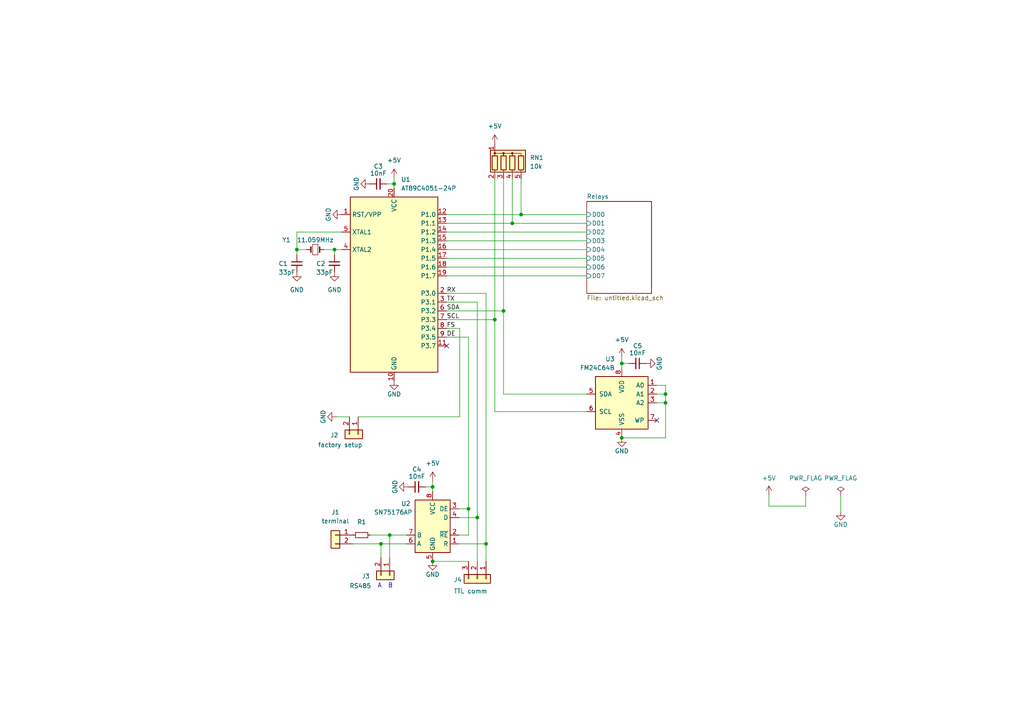
<source format=kicad_sch>
(kicad_sch (version 20211123) (generator eeschema)
  (paper "A4")
  (lib_symbols
    (symbol "Connector_Generic:Conn_01x02" (pin_names (offset 1.016) hide)
      (property "Reference" "J" (at 0 2.54 0))
      (property "Value" "Conn_01x02" (at 0 -5.08 0))
      (symbol "Conn_01x02_1_1"
        (rectangle (start -1.27 -2.413) (end 0 -2.667) (stroke (width 0.1524)))
        (rectangle (start -1.27 0.127) (end 0 -0.127) (stroke (width 0.1524)))
        (rectangle (start -1.27 1.27) (end 1.27 -3.81) (stroke (width 0.254)) (fill (type background)))
        (pin passive line (at -5.08 0 0) (length 3.81) (name "Pin_1") (number "1"))
        (pin passive line (at -5.08 -2.54 0) (length 3.81) (name "Pin_2") (number "2"))
      )
    )
    (symbol "Connector_Generic:Conn_01x03" (pin_names (offset 1.016) hide)
      (property "Reference" "J" (at 0 5.08 0))
      (property "Value" "Conn_01x03" (at 0 -5.08 0))
      (symbol "Conn_01x03_1_1"
        (rectangle (start -1.27 -2.413) (end 0 -2.667) (stroke (width 0.1524)))
        (rectangle (start -1.27 0.127) (end 0 -0.127) (stroke (width 0.1524)))
        (rectangle (start -1.27 2.667) (end 0 2.413) (stroke (width 0.1524)))
        (rectangle (start -1.27 3.81) (end 1.27 -3.81) (stroke (width 0.254)) (fill (type background)))
        (pin passive line (at -5.08 2.54 0) (length 3.81) (name "Pin_1") (number "1"))
        (pin passive line (at -5.08 0 0) (length 3.81) (name "Pin_2") (number "2"))
        (pin passive line (at -5.08 -2.54 0) (length 3.81) (name "Pin_3") (number "3"))
      )
    )
    (symbol "Device:C_Small" (pin_numbers hide) (pin_names (offset 0.254) hide)
      (property "Reference" "C" (at 0.254 1.778 0))
      (property "Value" "C_Small" (at 0.254 -2.032 0))
      (symbol "C_Small_0_1"
        (polyline (pts (xy -1.524 -0.508) (xy 1.524 -0.508)) (stroke (width 0.3302)))
        (polyline (pts (xy -1.524 0.508) (xy 1.524 0.508)) (stroke (width 0.3048)))
      )
      (symbol "C_Small_1_1"
        (pin passive line (at 0 2.54 270) (length 2.032) (name "~") (number "1"))
        (pin passive line (at 0 -2.54 90) (length 2.032) (name "~") (number "2"))
      )
    )
    (symbol "Device:Crystal_Small" (pin_numbers hide) (pin_names (offset 1.016) hide)
      (property "Reference" "Y" (at 0 2.54 0))
      (property "Value" "Crystal_Small" (at 0 -2.54 0))
      (symbol "Crystal_Small_0_1"
        (rectangle (start -0.762 -1.524) (end 0.762 1.524))
        (polyline (pts (xy -1.27 -0.762) (xy -1.27 0.762)) (stroke (width 0.381)))
        (polyline (pts (xy 1.27 -0.762) (xy 1.27 0.762)) (stroke (width 0.381)))
      )
      (symbol "Crystal_Small_1_1"
        (pin passive line (at -2.54 0 0) (length 1.27) (name "1") (number "1"))
        (pin passive line (at 2.54 0 180) (length 1.27) (name "2") (number "2"))
      )
    )
    (symbol "Device:R_Network04" (pin_names (offset 0) hide)
      (property "Reference" "RN" (at -7.62 0 90))
      (property "Value" "R_Network04" (at 5.08 0 90))
      (symbol "R_Network04_0_1"
        (rectangle (start -6.35 -3.175) (end 3.81 3.175) (stroke (width 0.254)) (fill (type background)))
        (rectangle (start -5.842 1.524) (end -4.318 -2.54) (stroke (width 0.254)))
        (circle (center -5.08 2.286) (radius 0.254) (fill (type outline)))
        (rectangle (start -3.302 1.524) (end -1.778 -2.54) (stroke (width 0.254)))
        (circle (center -2.54 2.286) (radius 0.254) (fill (type outline)))
        (rectangle (start -0.762 1.524) (end 0.762 -2.54) (stroke (width 0.254)))
        (polyline (pts (xy -5.08 -2.54) (xy -5.08 -3.81)))
        (polyline (pts (xy -2.54 -2.54) (xy -2.54 -3.81)))
        (polyline (pts (xy 0 -2.54) (xy 0 -3.81)))
        (polyline (pts (xy 2.54 -2.54) (xy 2.54 -3.81)))
        (polyline (pts (xy -5.08 1.524) (xy -5.08 2.286) (xy -2.54 2.286) (xy -2.54 1.524)))
        (polyline (pts (xy -2.54 1.524) (xy -2.54 2.286) (xy 0 2.286) (xy 0 1.524)))
        (polyline (pts (xy 0 1.524) (xy 0 2.286) (xy 2.54 2.286) (xy 2.54 1.524)))
        (circle (center 0 2.286) (radius 0.254) (fill (type outline)))
        (rectangle (start 1.778 1.524) (end 3.302 -2.54) (stroke (width 0.254)))
      )
      (symbol "R_Network04_1_1"
        (pin passive line (at -5.08 5.08 270) (length 2.54) (name "common") (number "1"))
        (pin passive line (at -5.08 -5.08 90) (length 1.27) (name "R1") (number "2"))
        (pin passive line (at -2.54 -5.08 90) (length 1.27) (name "R2") (number "3"))
        (pin passive line (at 0 -5.08 90) (length 1.27) (name "R3") (number "4"))
        (pin passive line (at 2.54 -5.08 90) (length 1.27) (name "R4") (number "5"))
      )
    )
    (symbol "Device:R_Small" (pin_numbers hide) (pin_names (offset 0.254) hide)
      (property "Reference" "R" (at 0.762 0.508 0))
      (property "Value" "R_Small" (at 0.762 -1.016 0))
      (symbol "R_Small_0_1"
        (rectangle (start -0.762 1.778) (end 0.762 -1.778) (stroke (width 0.2032)))
      )
      (symbol "R_Small_1_1"
        (pin passive line (at 0 2.54 270) (length 0.762) (name "~") (number "1"))
        (pin passive line (at 0 -2.54 90) (length 0.762) (name "~") (number "2"))
      )
    )
    (symbol "Interface_UART:SN75176AP"
      (property "Reference" "U" (at -4.318 8.89 0))
      (property "Value" "SN75176AP" (at 1.016 8.89 0))
      (symbol "SN75176AP_0_1"
        (rectangle (start -5.08 7.62) (end 5.08 -7.62) (stroke (width 0.254)) (fill (type background)))
      )
      (symbol "SN75176AP_1_1"
        (pin output line (at -7.62 -5.08 0) (length 2.54) (name "R") (number "1"))
        (pin input line (at -7.62 -2.54 0) (length 2.54) (name "~{RE}") (number "2"))
        (pin input line (at -7.62 5.08 0) (length 2.54) (name "DE") (number "3"))
        (pin input line (at -7.62 2.54 0) (length 2.54) (name "D") (number "4"))
        (pin power_in line (at 0 -10.16 90) (length 2.54) (name "GND") (number "5"))
        (pin bidirectional line (at 7.62 -5.08 180) (length 2.54) (name "A") (number "6"))
        (pin bidirectional line (at 7.62 -2.54 180) (length 2.54) (name "B") (number "7"))
        (pin power_in line (at 0 10.16 270) (length 2.54) (name "VCC") (number "8"))
      )
    )
    (symbol "MCU_Microchip_8051:AT89C4051-24P"
      (property "Reference" "U" (at -12.7 26.67 0))
      (property "Value" "AT89C4051-24P" (at 2.54 -26.67 0))
      (symbol "AT89C4051-24P_0_1"
        (rectangle (start -12.7 -25.4) (end 12.7 25.4) (stroke (width 0.254)) (fill (type background)))
      )
      (symbol "AT89C4051-24P_1_1"
        (pin input line (at -15.24 20.32 0) (length 2.54) (name "RST/VPP") (number "1"))
        (pin power_in line (at 0 -27.94 90) (length 2.54) (name "GND") (number "10"))
        (pin bidirectional line (at 15.24 -17.78 180) (length 2.54) (name "P3.7") (number "11"))
        (pin bidirectional line (at 15.24 20.32 180) (length 2.54) (name "P1.0") (number "12"))
        (pin bidirectional line (at 15.24 17.78 180) (length 2.54) (name "P1.1") (number "13"))
        (pin bidirectional line (at 15.24 15.24 180) (length 2.54) (name "P1.2") (number "14"))
        (pin bidirectional line (at 15.24 12.7 180) (length 2.54) (name "P1.3") (number "15"))
        (pin bidirectional line (at 15.24 10.16 180) (length 2.54) (name "P1.4") (number "16"))
        (pin bidirectional line (at 15.24 7.62 180) (length 2.54) (name "P1.5") (number "17"))
        (pin bidirectional line (at 15.24 5.08 180) (length 2.54) (name "P1.6") (number "18"))
        (pin bidirectional line (at 15.24 2.54 180) (length 2.54) (name "P1.7") (number "19"))
        (pin bidirectional line (at 15.24 -2.54 180) (length 2.54) (name "P3.0") (number "2"))
        (pin power_in line (at 0 27.94 270) (length 2.54) (name "VCC") (number "20"))
        (pin bidirectional line (at 15.24 -5.08 180) (length 2.54) (name "P3.1") (number "3"))
        (pin output line (at -15.24 10.16 0) (length 2.54) (name "XTAL2") (number "4"))
        (pin input line (at -15.24 15.24 0) (length 2.54) (name "XTAL1") (number "5"))
        (pin bidirectional line (at 15.24 -7.62 180) (length 2.54) (name "P3.2") (number "6"))
        (pin bidirectional line (at 15.24 -10.16 180) (length 2.54) (name "P3.3") (number "7"))
        (pin bidirectional line (at 15.24 -12.7 180) (length 2.54) (name "P3.4") (number "8"))
        (pin bidirectional line (at 15.24 -15.24 180) (length 2.54) (name "P3.5") (number "9"))
      )
    )
    (symbol "Memory_NVRAM:FM24C64B" (pin_names (offset 1.016))
      (property "Reference" "U" (at -5.08 8.89 0))
      (property "Value" "FM24C64B" (at 6.35 -8.89 0))
      (symbol "FM24C64B_0_1"
        (rectangle (start -7.62 7.62) (end 7.62 -7.62) (stroke (width 0.254)) (fill (type background)))
      )
      (symbol "FM24C64B_1_1"
        (pin input line (at -10.16 5.08 0) (length 2.54) (name "A0") (number "1"))
        (pin input line (at -10.16 2.54 0) (length 2.54) (name "A1") (number "2"))
        (pin input line (at -10.16 0 0) (length 2.54) (name "A2") (number "3"))
        (pin power_in line (at 0 -10.16 90) (length 2.54) (name "VSS") (number "4"))
        (pin bidirectional line (at 10.16 2.54 180) (length 2.54) (name "SDA") (number "5"))
        (pin input line (at 10.16 -2.54 180) (length 2.54) (name "SCL") (number "6"))
        (pin input line (at -10.16 -5.08 0) (length 2.54) (name "WP") (number "7"))
        (pin power_in line (at 0 10.16 270) (length 2.54) (name "VDD") (number "8"))
      )
    )
    (symbol "power:+5V" (power) (pin_names (offset 0))
      (property "Value" "+5V" (at 0 3.556 0))
      (symbol "+5V_0_1"
        (polyline (pts (xy -0.762 1.27) (xy 0 2.54)))
        (polyline (pts (xy 0 0) (xy 0 2.54)))
        (polyline (pts (xy 0 2.54) (xy 0.762 1.27)))
      )
      (symbol "+5V_1_1"
        (pin power_in line (at 0 0 90) (length 0) hide (name "+5V") (number "1"))
      )
    )
    (symbol "power:GND" (power) (pin_names (offset 0))
      (property "Value" "GND" (at 0 -3.81 0))
      (symbol "GND_0_1"
        (polyline (pts (xy 0 0) (xy 0 -1.27) (xy 1.27 -1.27) (xy 0 -2.54) (xy -1.27 -1.27) (xy 0 -1.27)))
      )
      (symbol "GND_1_1"
        (pin power_in line (at 0 0 270) (length 0) hide (name "GND") (number "1"))
      )
    )
    (symbol "power:PWR_FLAG" (power) (pin_numbers hide) (pin_names (offset 0) hide)
      (property "Value" "PWR_FLAG" (at 0 3.81 0))
      (symbol "PWR_FLAG_0_0"
        (pin power_out line (at 0 0 90) (length 0) (name "pwr") (number "1"))
      )
      (symbol "PWR_FLAG_0_1"
        (polyline (pts (xy 0 0) (xy 0 1.27) (xy -1.016 1.905) (xy 0 2.54) (xy 1.016 1.905) (xy 0 1.27)))
      )
    )
  )
  (junction (at 114.3 53.34))
  (junction (at 86.106 72.39))
  (junction (at 135.89 147.574))
  (junction (at 140.97 157.734))
  (junction (at 180.34 105.41))
  (junction (at 146.05 90.17))
  (junction (at 110.49 157.734))
  (junction (at 143.51 92.71))
  (junction (at 138.43 150.114))
  (junction (at 97.028 72.39))
  (junction (at 113.03 155.194))
  (junction (at 193.04 116.84))
  (junction (at 151.13 62.23))
  (junction (at 180.34 127))
  (junction (at 125.476 162.814))
  (junction (at 125.476 141.224))
  (junction (at 193.04 114.3))
  (junction (at 148.59 64.77))
  (no_connect (at 129.54 100.33))
  (no_connect (at 190.5 121.92))
  (wire (pts (xy 125.476 141.224) (xy 125.476 142.494)))
  (wire (pts (xy 129.54 80.01) (xy 170.18 80.01)))
  (wire (pts (xy 125.476 139.446) (xy 125.476 141.224)))
  (wire (pts (xy 193.04 114.3) (xy 193.04 116.84)))
  (wire (pts (xy 88.9 72.39) (xy 86.106 72.39)))
  (wire (pts (xy 86.106 72.39) (xy 86.106 73.914)))
  (wire (pts (xy 129.54 92.71) (xy 143.51 92.71)))
  (wire (pts (xy 110.49 157.734) (xy 117.856 157.734)))
  (wire (pts (xy 223.012 146.812) (xy 223.012 143.51)))
  (wire (pts (xy 233.68 146.812) (xy 223.012 146.812)))
  (wire (pts (xy 123.444 141.224) (xy 125.476 141.224)))
  (wire (pts (xy 129.54 77.47) (xy 170.18 77.47)))
  (wire (pts (xy 129.54 67.31) (xy 170.18 67.31)))
  (wire (pts (xy 193.04 114.3) (xy 190.5 114.3)))
  (wire (pts (xy 193.04 111.76) (xy 193.04 114.3)))
  (wire (pts (xy 129.54 97.79) (xy 135.89 97.79)))
  (wire (pts (xy 99.06 67.31) (xy 86.106 67.31)))
  (wire (pts (xy 233.68 143.764) (xy 233.68 146.812)))
  (wire (pts (xy 125.476 162.814) (xy 135.89 162.814)))
  (wire (pts (xy 243.84 143.764) (xy 243.84 148.336)))
  (wire (pts (xy 129.54 62.23) (xy 151.13 62.23)))
  (wire (pts (xy 129.54 95.25) (xy 133.35 95.25)))
  (wire (pts (xy 129.54 72.39) (xy 170.18 72.39)))
  (wire (pts (xy 86.106 67.31) (xy 86.106 72.39)))
  (wire (pts (xy 97.028 72.39) (xy 97.028 73.914)))
  (wire (pts (xy 148.59 51.816) (xy 148.59 64.77)))
  (wire (pts (xy 113.03 155.194) (xy 113.03 161.798)))
  (wire (pts (xy 93.98 72.39) (xy 97.028 72.39)))
  (wire (pts (xy 140.97 85.09) (xy 140.97 157.734)))
  (wire (pts (xy 151.13 51.816) (xy 151.13 62.23)))
  (wire (pts (xy 180.34 103.632) (xy 180.34 105.41)))
  (wire (pts (xy 97.536 120.904) (xy 101.346 120.904)))
  (wire (pts (xy 133.35 95.25) (xy 133.35 120.904)))
  (wire (pts (xy 138.43 150.114) (xy 138.43 162.814)))
  (wire (pts (xy 114.3 51.562) (xy 114.3 53.34)))
  (wire (pts (xy 140.97 157.734) (xy 133.096 157.734)))
  (wire (pts (xy 193.04 116.84) (xy 190.5 116.84)))
  (wire (pts (xy 143.51 119.38) (xy 170.18 119.38)))
  (wire (pts (xy 113.03 155.194) (xy 117.856 155.194)))
  (wire (pts (xy 97.028 72.39) (xy 99.06 72.39)))
  (wire (pts (xy 146.05 114.3) (xy 170.18 114.3)))
  (wire (pts (xy 135.89 97.79) (xy 135.89 147.574)))
  (wire (pts (xy 129.54 74.93) (xy 170.18 74.93)))
  (wire (pts (xy 129.54 69.85) (xy 170.18 69.85)))
  (wire (pts (xy 110.49 157.734) (xy 110.49 161.798)))
  (wire (pts (xy 180.34 105.41) (xy 180.34 106.68)))
  (wire (pts (xy 133.096 147.574) (xy 135.89 147.574)))
  (wire (pts (xy 138.43 150.114) (xy 133.096 150.114)))
  (wire (pts (xy 143.51 92.71) (xy 143.51 119.38)))
  (wire (pts (xy 182.372 105.41) (xy 180.34 105.41)))
  (wire (pts (xy 180.34 127) (xy 193.04 127)))
  (wire (pts (xy 129.54 87.63) (xy 138.43 87.63)))
  (wire (pts (xy 190.5 111.76) (xy 193.04 111.76)))
  (wire (pts (xy 129.54 90.17) (xy 146.05 90.17)))
  (wire (pts (xy 151.13 62.23) (xy 170.18 62.23)))
  (wire (pts (xy 103.886 120.904) (xy 133.35 120.904)))
  (wire (pts (xy 193.04 127) (xy 193.04 116.84)))
  (wire (pts (xy 146.05 51.816) (xy 146.05 90.17)))
  (wire (pts (xy 107.442 155.194) (xy 113.03 155.194)))
  (wire (pts (xy 114.3 53.34) (xy 114.3 54.61)))
  (wire (pts (xy 138.43 87.63) (xy 138.43 150.114)))
  (wire (pts (xy 148.59 64.77) (xy 170.18 64.77)))
  (wire (pts (xy 143.51 51.816) (xy 143.51 92.71)))
  (wire (pts (xy 112.268 53.34) (xy 114.3 53.34)))
  (wire (pts (xy 129.54 85.09) (xy 140.97 85.09)))
  (wire (pts (xy 129.54 64.77) (xy 148.59 64.77)))
  (wire (pts (xy 135.89 155.194) (xy 133.096 155.194)))
  (wire (pts (xy 140.97 157.734) (xy 140.97 162.814)))
  (wire (pts (xy 146.05 90.17) (xy 146.05 114.3)))
  (wire (pts (xy 135.89 147.574) (xy 135.89 155.194)))
  (wire (pts (xy 102.362 157.734) (xy 110.49 157.734)))
  (text "A  B" (at 109.474 170.688 0) (effects (font (size 1.27 1.27)) (justify left bottom)))
  (label "SCL" (at 129.54 92.71 0))
  (label "TX" (at 129.54 87.63 0))
  (label "RX" (at 129.54 85.09 0))
  (label "SDA" (at 129.54 90.17 0))
  (label "FS" (at 129.54 95.25 0))
  (label "DE" (at 129.54 97.79 0))
  (symbol (lib_id "power:GND") (at 86.106 78.994 0) (unit 1)
    (property "Reference" "#PWR01" (effects hide))
    (property "Value" "GND" (at 86.106 84.074 0))
  )
  (symbol (lib_id "power:PWR_FLAG") (at 233.68 143.764 0) (unit 1)
    (property "Reference" "#FLG01" (effects hide))
    (property "Value" "PWR_FLAG" (at 233.68 138.684 0))
  )
  (symbol (lib_id "power:+5V") (at 114.3 51.562 0) (unit 1)
    (property "Reference" "#PWR06" (effects hide))
    (property "Value" "+5V" (at 114.3 46.482 0))
  )
  (symbol (lib_id "power:GND") (at 97.536 120.904 270) (unit 1)
    (property "Reference" "#PWR03" (effects hide))
    (property "Value" "GND" (at 93.726 120.904 0))
  )
  (symbol (lib_id "power:GND") (at 99.06 62.23 270) (unit 1)
    (property "Reference" "#PWR04" (effects hide))
    (property "Value" "GND" (at 95.25 62.23 0))
  )
  (symbol (lib_id "power:GND") (at 187.452 105.41 90) (mirror x) (unit 1)
    (property "Reference" "#PWR014" (effects hide))
    (property "Value" "GND" (at 191.262 105.41 0))
  )
  (symbol (lib_id "power:GND") (at 114.3 110.49 0) (unit 1)
    (property "Reference" "#PWR07" (effects hide))
    (property "Value" "GND" (at 114.3 114.3 0))
  )
  (symbol (lib_id "power:GND") (at 243.84 148.336 0) (unit 1)
    (property "Reference" "#PWR016" (effects hide))
    (property "Value" "GND" (at 243.84 152.146 0))
  )
  (symbol (lib_id "Device:C_Small") (at 97.028 76.454 0) (unit 1)
    (property "Reference" "C2" (at 91.694 76.454 0) (effects (justify left)))
    (property "Value" "33pF" (at 91.694 78.994 0) (effects (justify left)))
  )
  (symbol (lib_id "Device:C_Small") (at 184.912 105.41 270) (mirror x) (unit 1)
    (property "Reference" "C5" (at 184.9183 100.33 90))
    (property "Value" "10nF" (at 184.912 102.362 90))
  )
  (symbol (lib_id "power:+5V") (at 125.476 139.446 0) (unit 1)
    (property "Reference" "#PWR09" (effects hide))
    (property "Value" "+5V" (at 125.476 134.366 0))
  )
  (symbol (lib_id "Device:C_Small") (at 86.106 76.454 0) (unit 1)
    (property "Reference" "C1" (at 80.772 76.454 0) (effects (justify left)))
    (property "Value" "33pF" (at 80.772 78.994 0) (effects (justify left)))
  )
  (symbol (lib_id "power:GND") (at 180.34 127 0) (mirror y) (unit 1)
    (property "Reference" "#PWR013" (effects hide))
    (property "Value" "GND" (at 180.34 130.81 0))
  )
  (symbol (lib_id "power:+5V") (at 180.34 103.632 0) (mirror y) (unit 1)
    (property "Reference" "#PWR012" (effects hide))
    (property "Value" "+5V" (at 180.34 98.552 0))
  )
  (symbol (lib_id "power:PWR_FLAG") (at 243.84 143.764 0) (unit 1)
    (property "Reference" "#FLG02" (effects hide))
    (property "Value" "PWR_FLAG" (at 243.84 138.684 0))
  )
  (symbol (lib_id "Connector_Generic:Conn_01x02") (at 103.886 125.984 270) (unit 1)
    (property "Reference" "J2" (at 95.758 126.238 90) (effects (justify left)))
    (property "Value" "factory setup" (at 92.202 129.032 90) (effects (justify left)))
  )
  (symbol (lib_id "MCU_Microchip_8051:AT89C4051-24P") (at 114.3 82.55 0) (unit 1)
    (property "Reference" "U1" (at 116.3194 52.07 0) (effects (justify left)))
    (property "Value" "AT89C4051-24P" (at 116.3194 54.61 0) (effects (justify left)))
    (property "Footprint" "Package_DIP:DIP-20_W7.62mm" (effects hide))
    (property "Datasheet" "http://ww1.microchip.com/downloads/en/DeviceDoc/doc1001.pdf" (effects hide))
  )
  (symbol (lib_id "Device:C_Small") (at 109.728 53.34 90) (unit 1)
    (property "Reference" "C3" (at 109.7217 48.26 90))
    (property "Value" "10nF" (at 109.728 50.292 90))
  )
  (symbol (lib_id "Interface_UART:SN75176AP") (at 125.476 152.654 0) (mirror y) (unit 1)
    (property "Reference" "U2" (at 116.332 146.05 0) (effects (justify right)))
    (property "Value" "SN75176AP" (at 108.458 148.59 0) (effects (justify right)))
    (property "Footprint" "Package_DIP:DIP-8_W7.62mm" (effects hide))
    (property "Datasheet" "http://www.ti.com/lit/ds/symlink/sn75176a.pdf" (effects hide))
  )
  (symbol (lib_id "power:GND") (at 118.364 141.224 270) (unit 1)
    (property "Reference" "#PWR08" (effects hide))
    (property "Value" "GND" (at 114.554 141.224 0))
  )
  (symbol (lib_id "Connector_Generic:Conn_01x03") (at 138.43 167.894 270) (unit 1)
    (property "Reference" "J4" (at 131.572 168.148 90) (effects (justify left)))
    (property "Value" "TTL comm" (at 131.572 171.45 90) (effects (justify left)))
  )
  (symbol (lib_id "power:+5V") (at 143.51 41.656 0) (unit 1)
    (property "Reference" "#PWR011" (effects hide))
    (property "Value" "+5V" (at 143.51 36.576 0))
  )
  (symbol (lib_id "Device:C_Small") (at 120.904 141.224 90) (unit 1)
    (property "Reference" "C4" (at 120.8977 136.144 90))
    (property "Value" "10nF" (at 120.904 138.176 90))
  )
  (symbol (lib_id "Memory_NVRAM:FM24C64B") (at 180.34 116.84 0) (mirror y) (unit 1)
    (property "Reference" "U3" (at 178.3206 104.14 0) (effects (justify left)))
    (property "Value" "FM24C64B" (at 178.3206 106.68 0) (effects (justify left)))
    (property "Footprint" "Package_SO:SOIC-8_3.9x4.9mm_P1.27mm" (effects hide))
    (property "Datasheet" "http://www.cypress.com/file/41651/download" (effects hide))
  )
  (symbol (lib_id "Connector_Generic:Conn_01x02") (at 97.282 155.194 0) (mirror y) (unit 1)
    (property "Reference" "J1" (at 97.282 148.59 0))
    (property "Value" "terminal" (at 97.282 151.13 0))
  )
  (symbol (lib_id "power:GND") (at 97.028 78.994 0) (unit 1)
    (property "Reference" "#PWR02" (effects hide))
    (property "Value" "GND" (at 97.028 84.074 0))
  )
  (symbol (lib_id "power:GND") (at 107.188 53.34 270) (unit 1)
    (property "Reference" "#PWR05" (effects hide))
    (property "Value" "GND" (at 103.378 53.34 0))
  )
  (symbol (lib_id "Device:R_Network04") (at 148.59 46.736 0) (unit 1)
    (property "Reference" "RN1" (at 153.67 45.7199 0) (effects (justify left)))
    (property "Value" "10k" (at 153.67 48.2599 0) (effects (justify left)))
    (property "Footprint" "Resistor_THT:R_Array_SIP5" (effects hide))
    (property "Datasheet" "http://www.vishay.com/docs/31509/csc.pdf" (effects hide))
  )
  (symbol (lib_id "Device:Crystal_Small") (at 91.44 72.39 0) (unit 1)
    (property "Reference" "Y1" (at 83.058 69.596 0))
    (property "Value" "11.059MHz" (at 91.44 69.596 0))
  )
  (symbol (lib_id "power:GND") (at 125.476 162.814 0) (unit 1)
    (property "Reference" "#PWR010" (effects hide))
    (property "Value" "GND" (at 125.476 166.624 0))
  )
  (symbol (lib_id "Connector_Generic:Conn_01x02") (at 113.03 166.878 270) (unit 1)
    (property "Reference" "J3" (at 104.902 167.132 90) (effects (justify left)))
    (property "Value" "RS485" (at 101.346 169.926 90) (effects (justify left)))
  )
  (symbol (lib_id "power:+5V") (at 223.012 143.51 0) (unit 1)
    (property "Reference" "#PWR015" (effects hide))
    (property "Value" "+5V" (at 223.012 138.684 0))
  )
  (symbol (lib_id "Device:R_Small") (at 104.902 155.194 90) (unit 1)
    (property "Reference" "R1" (at 104.902 151.384 90))
    (property "Value" "R_Small" (effects hide))
  )
  (sheet (at 170.18 58.42) (size 18.796 26.67) (stroke (width 0.1524))
    (property "Sheet name" "Relays" (at 170.18 57.7084 0) (effects (justify left bottom)))
    (property "Sheet file" "untitled.kicad_sch" (at 170.18 85.6746 0) (effects (justify left top)))
    (pin "D07" input (at 170.18 80.01 180))
    (pin "D05" input (at 170.18 74.93 180))
    (pin "D06" input (at 170.18 77.47 180))
    (pin "D04" input (at 170.18 72.39 180))
    (pin "D02" input (at 170.18 67.31 180))
    (pin "D03" input (at 170.18 69.85 180))
    (pin "D01" input (at 170.18 64.77 180))
    (pin "D00" input (at 170.18 62.23 180))
  )
)
</source>
